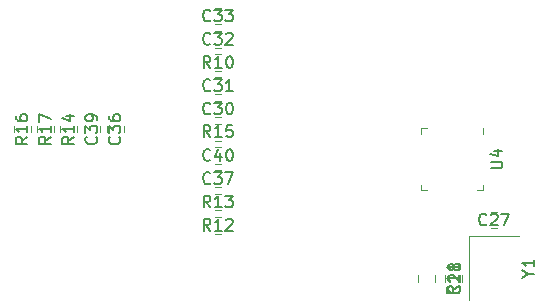
<source format=gbr>
G04 #@! TF.GenerationSoftware,KiCad,Pcbnew,(5.1.5)-3*
G04 #@! TF.CreationDate,2020-07-18T04:54:50-04:00*
G04 #@! TF.ProjectId,MONster64 - NetModule,4d4f4e73-7465-4723-9634-202d204e6574,rev?*
G04 #@! TF.SameCoordinates,Original*
G04 #@! TF.FileFunction,Legend,Top*
G04 #@! TF.FilePolarity,Positive*
%FSLAX46Y46*%
G04 Gerber Fmt 4.6, Leading zero omitted, Abs format (unit mm)*
G04 Created by KiCad (PCBNEW (5.1.5)-3) date 2020-07-18 04:54:50*
%MOMM*%
%LPD*%
G04 APERTURE LIST*
%ADD10C,0.120000*%
%ADD11C,0.150000*%
G04 APERTURE END LIST*
D10*
X176903748Y-103008500D02*
X177426252Y-103008500D01*
X176903748Y-101588500D02*
X177426252Y-101588500D01*
X174446000Y-107512752D02*
X174446000Y-106990248D01*
X173026000Y-107512752D02*
X173026000Y-106990248D01*
X153535748Y-92190500D02*
X154058252Y-92190500D01*
X153535748Y-93610500D02*
X154058252Y-93610500D01*
X153535748Y-91642000D02*
X154058252Y-91642000D01*
X153535748Y-90222000D02*
X154058252Y-90222000D01*
X153535748Y-86285000D02*
X154058252Y-86285000D01*
X153535748Y-87705000D02*
X154058252Y-87705000D01*
X153535748Y-85736500D02*
X154058252Y-85736500D01*
X153535748Y-84316500D02*
X154058252Y-84316500D01*
X144387500Y-94353748D02*
X144387500Y-94876252D01*
X145807500Y-94353748D02*
X145807500Y-94876252D01*
X153535748Y-98096000D02*
X154058252Y-98096000D01*
X153535748Y-99516000D02*
X154058252Y-99516000D01*
X143839000Y-94353748D02*
X143839000Y-94876252D01*
X142419000Y-94353748D02*
X142419000Y-94876252D01*
X153535748Y-97547500D02*
X154058252Y-97547500D01*
X153535748Y-96127500D02*
X154058252Y-96127500D01*
X137933500Y-94353748D02*
X137933500Y-94876252D01*
X136513500Y-94353748D02*
X136513500Y-94876252D01*
X138482000Y-94353748D02*
X138482000Y-94876252D01*
X139902000Y-94353748D02*
X139902000Y-94876252D01*
X154067252Y-89673500D02*
X153544748Y-89673500D01*
X154067252Y-88253500D02*
X153544748Y-88253500D01*
X170740000Y-106990248D02*
X170740000Y-107512752D01*
X172160000Y-106990248D02*
X172160000Y-107512752D01*
X153535748Y-102033000D02*
X154058252Y-102033000D01*
X153535748Y-103453000D02*
X154058252Y-103453000D01*
X154058252Y-100064500D02*
X153535748Y-100064500D01*
X154058252Y-101484500D02*
X153535748Y-101484500D01*
X141870500Y-94353748D02*
X141870500Y-94876252D01*
X140450500Y-94353748D02*
X140450500Y-94876252D01*
X154058252Y-94159000D02*
X153535748Y-94159000D01*
X154058252Y-95579000D02*
X153535748Y-95579000D01*
X176219000Y-99290000D02*
X176219000Y-99765000D01*
X176219000Y-99765000D02*
X175744000Y-99765000D01*
X170999000Y-95020000D02*
X170999000Y-94545000D01*
X170999000Y-94545000D02*
X171474000Y-94545000D01*
X170999000Y-99290000D02*
X170999000Y-99765000D01*
X170999000Y-99765000D02*
X171474000Y-99765000D01*
X176219000Y-95020000D02*
X176219000Y-94545000D01*
X179315000Y-103662500D02*
X175015000Y-103662500D01*
X175015000Y-103662500D02*
X175015000Y-109062500D01*
D11*
X176522142Y-102655642D02*
X176474523Y-102703261D01*
X176331666Y-102750880D01*
X176236428Y-102750880D01*
X176093571Y-102703261D01*
X175998333Y-102608023D01*
X175950714Y-102512785D01*
X175903095Y-102322309D01*
X175903095Y-102179452D01*
X175950714Y-101988976D01*
X175998333Y-101893738D01*
X176093571Y-101798500D01*
X176236428Y-101750880D01*
X176331666Y-101750880D01*
X176474523Y-101798500D01*
X176522142Y-101846119D01*
X176903095Y-101846119D02*
X176950714Y-101798500D01*
X177045952Y-101750880D01*
X177284047Y-101750880D01*
X177379285Y-101798500D01*
X177426904Y-101846119D01*
X177474523Y-101941357D01*
X177474523Y-102036595D01*
X177426904Y-102179452D01*
X176855476Y-102750880D01*
X177474523Y-102750880D01*
X177807857Y-101750880D02*
X178474523Y-101750880D01*
X178045952Y-102750880D01*
X174220142Y-107894357D02*
X174267761Y-107941976D01*
X174315380Y-108084833D01*
X174315380Y-108180071D01*
X174267761Y-108322928D01*
X174172523Y-108418166D01*
X174077285Y-108465785D01*
X173886809Y-108513404D01*
X173743952Y-108513404D01*
X173553476Y-108465785D01*
X173458238Y-108418166D01*
X173363000Y-108322928D01*
X173315380Y-108180071D01*
X173315380Y-108084833D01*
X173363000Y-107941976D01*
X173410619Y-107894357D01*
X173410619Y-107513404D02*
X173363000Y-107465785D01*
X173315380Y-107370547D01*
X173315380Y-107132452D01*
X173363000Y-107037214D01*
X173410619Y-106989595D01*
X173505857Y-106941976D01*
X173601095Y-106941976D01*
X173743952Y-106989595D01*
X174315380Y-107561023D01*
X174315380Y-106941976D01*
X173743952Y-106370547D02*
X173696333Y-106465785D01*
X173648714Y-106513404D01*
X173553476Y-106561023D01*
X173505857Y-106561023D01*
X173410619Y-106513404D01*
X173363000Y-106465785D01*
X173315380Y-106370547D01*
X173315380Y-106180071D01*
X173363000Y-106084833D01*
X173410619Y-106037214D01*
X173505857Y-105989595D01*
X173553476Y-105989595D01*
X173648714Y-106037214D01*
X173696333Y-106084833D01*
X173743952Y-106180071D01*
X173743952Y-106370547D01*
X173791571Y-106465785D01*
X173839190Y-106513404D01*
X173934428Y-106561023D01*
X174124904Y-106561023D01*
X174220142Y-106513404D01*
X174267761Y-106465785D01*
X174315380Y-106370547D01*
X174315380Y-106180071D01*
X174267761Y-106084833D01*
X174220142Y-106037214D01*
X174124904Y-105989595D01*
X173934428Y-105989595D01*
X173839190Y-106037214D01*
X173791571Y-106084833D01*
X173743952Y-106180071D01*
X153154142Y-93257642D02*
X153106523Y-93305261D01*
X152963666Y-93352880D01*
X152868428Y-93352880D01*
X152725571Y-93305261D01*
X152630333Y-93210023D01*
X152582714Y-93114785D01*
X152535095Y-92924309D01*
X152535095Y-92781452D01*
X152582714Y-92590976D01*
X152630333Y-92495738D01*
X152725571Y-92400500D01*
X152868428Y-92352880D01*
X152963666Y-92352880D01*
X153106523Y-92400500D01*
X153154142Y-92448119D01*
X153487476Y-92352880D02*
X154106523Y-92352880D01*
X153773190Y-92733833D01*
X153916047Y-92733833D01*
X154011285Y-92781452D01*
X154058904Y-92829071D01*
X154106523Y-92924309D01*
X154106523Y-93162404D01*
X154058904Y-93257642D01*
X154011285Y-93305261D01*
X153916047Y-93352880D01*
X153630333Y-93352880D01*
X153535095Y-93305261D01*
X153487476Y-93257642D01*
X154725571Y-92352880D02*
X154820809Y-92352880D01*
X154916047Y-92400500D01*
X154963666Y-92448119D01*
X155011285Y-92543357D01*
X155058904Y-92733833D01*
X155058904Y-92971928D01*
X155011285Y-93162404D01*
X154963666Y-93257642D01*
X154916047Y-93305261D01*
X154820809Y-93352880D01*
X154725571Y-93352880D01*
X154630333Y-93305261D01*
X154582714Y-93257642D01*
X154535095Y-93162404D01*
X154487476Y-92971928D01*
X154487476Y-92733833D01*
X154535095Y-92543357D01*
X154582714Y-92448119D01*
X154630333Y-92400500D01*
X154725571Y-92352880D01*
X153154142Y-91289142D02*
X153106523Y-91336761D01*
X152963666Y-91384380D01*
X152868428Y-91384380D01*
X152725571Y-91336761D01*
X152630333Y-91241523D01*
X152582714Y-91146285D01*
X152535095Y-90955809D01*
X152535095Y-90812952D01*
X152582714Y-90622476D01*
X152630333Y-90527238D01*
X152725571Y-90432000D01*
X152868428Y-90384380D01*
X152963666Y-90384380D01*
X153106523Y-90432000D01*
X153154142Y-90479619D01*
X153487476Y-90384380D02*
X154106523Y-90384380D01*
X153773190Y-90765333D01*
X153916047Y-90765333D01*
X154011285Y-90812952D01*
X154058904Y-90860571D01*
X154106523Y-90955809D01*
X154106523Y-91193904D01*
X154058904Y-91289142D01*
X154011285Y-91336761D01*
X153916047Y-91384380D01*
X153630333Y-91384380D01*
X153535095Y-91336761D01*
X153487476Y-91289142D01*
X155058904Y-91384380D02*
X154487476Y-91384380D01*
X154773190Y-91384380D02*
X154773190Y-90384380D01*
X154677952Y-90527238D01*
X154582714Y-90622476D01*
X154487476Y-90670095D01*
X153154142Y-87352142D02*
X153106523Y-87399761D01*
X152963666Y-87447380D01*
X152868428Y-87447380D01*
X152725571Y-87399761D01*
X152630333Y-87304523D01*
X152582714Y-87209285D01*
X152535095Y-87018809D01*
X152535095Y-86875952D01*
X152582714Y-86685476D01*
X152630333Y-86590238D01*
X152725571Y-86495000D01*
X152868428Y-86447380D01*
X152963666Y-86447380D01*
X153106523Y-86495000D01*
X153154142Y-86542619D01*
X153487476Y-86447380D02*
X154106523Y-86447380D01*
X153773190Y-86828333D01*
X153916047Y-86828333D01*
X154011285Y-86875952D01*
X154058904Y-86923571D01*
X154106523Y-87018809D01*
X154106523Y-87256904D01*
X154058904Y-87352142D01*
X154011285Y-87399761D01*
X153916047Y-87447380D01*
X153630333Y-87447380D01*
X153535095Y-87399761D01*
X153487476Y-87352142D01*
X154487476Y-86542619D02*
X154535095Y-86495000D01*
X154630333Y-86447380D01*
X154868428Y-86447380D01*
X154963666Y-86495000D01*
X155011285Y-86542619D01*
X155058904Y-86637857D01*
X155058904Y-86733095D01*
X155011285Y-86875952D01*
X154439857Y-87447380D01*
X155058904Y-87447380D01*
X153154142Y-85383642D02*
X153106523Y-85431261D01*
X152963666Y-85478880D01*
X152868428Y-85478880D01*
X152725571Y-85431261D01*
X152630333Y-85336023D01*
X152582714Y-85240785D01*
X152535095Y-85050309D01*
X152535095Y-84907452D01*
X152582714Y-84716976D01*
X152630333Y-84621738D01*
X152725571Y-84526500D01*
X152868428Y-84478880D01*
X152963666Y-84478880D01*
X153106523Y-84526500D01*
X153154142Y-84574119D01*
X153487476Y-84478880D02*
X154106523Y-84478880D01*
X153773190Y-84859833D01*
X153916047Y-84859833D01*
X154011285Y-84907452D01*
X154058904Y-84955071D01*
X154106523Y-85050309D01*
X154106523Y-85288404D01*
X154058904Y-85383642D01*
X154011285Y-85431261D01*
X153916047Y-85478880D01*
X153630333Y-85478880D01*
X153535095Y-85431261D01*
X153487476Y-85383642D01*
X154439857Y-84478880D02*
X155058904Y-84478880D01*
X154725571Y-84859833D01*
X154868428Y-84859833D01*
X154963666Y-84907452D01*
X155011285Y-84955071D01*
X155058904Y-85050309D01*
X155058904Y-85288404D01*
X155011285Y-85383642D01*
X154963666Y-85431261D01*
X154868428Y-85478880D01*
X154582714Y-85478880D01*
X154487476Y-85431261D01*
X154439857Y-85383642D01*
X145454642Y-95257857D02*
X145502261Y-95305476D01*
X145549880Y-95448333D01*
X145549880Y-95543571D01*
X145502261Y-95686428D01*
X145407023Y-95781666D01*
X145311785Y-95829285D01*
X145121309Y-95876904D01*
X144978452Y-95876904D01*
X144787976Y-95829285D01*
X144692738Y-95781666D01*
X144597500Y-95686428D01*
X144549880Y-95543571D01*
X144549880Y-95448333D01*
X144597500Y-95305476D01*
X144645119Y-95257857D01*
X144549880Y-94924523D02*
X144549880Y-94305476D01*
X144930833Y-94638809D01*
X144930833Y-94495952D01*
X144978452Y-94400714D01*
X145026071Y-94353095D01*
X145121309Y-94305476D01*
X145359404Y-94305476D01*
X145454642Y-94353095D01*
X145502261Y-94400714D01*
X145549880Y-94495952D01*
X145549880Y-94781666D01*
X145502261Y-94876904D01*
X145454642Y-94924523D01*
X144549880Y-93448333D02*
X144549880Y-93638809D01*
X144597500Y-93734047D01*
X144645119Y-93781666D01*
X144787976Y-93876904D01*
X144978452Y-93924523D01*
X145359404Y-93924523D01*
X145454642Y-93876904D01*
X145502261Y-93829285D01*
X145549880Y-93734047D01*
X145549880Y-93543571D01*
X145502261Y-93448333D01*
X145454642Y-93400714D01*
X145359404Y-93353095D01*
X145121309Y-93353095D01*
X145026071Y-93400714D01*
X144978452Y-93448333D01*
X144930833Y-93543571D01*
X144930833Y-93734047D01*
X144978452Y-93829285D01*
X145026071Y-93876904D01*
X145121309Y-93924523D01*
X153154142Y-99163142D02*
X153106523Y-99210761D01*
X152963666Y-99258380D01*
X152868428Y-99258380D01*
X152725571Y-99210761D01*
X152630333Y-99115523D01*
X152582714Y-99020285D01*
X152535095Y-98829809D01*
X152535095Y-98686952D01*
X152582714Y-98496476D01*
X152630333Y-98401238D01*
X152725571Y-98306000D01*
X152868428Y-98258380D01*
X152963666Y-98258380D01*
X153106523Y-98306000D01*
X153154142Y-98353619D01*
X153487476Y-98258380D02*
X154106523Y-98258380D01*
X153773190Y-98639333D01*
X153916047Y-98639333D01*
X154011285Y-98686952D01*
X154058904Y-98734571D01*
X154106523Y-98829809D01*
X154106523Y-99067904D01*
X154058904Y-99163142D01*
X154011285Y-99210761D01*
X153916047Y-99258380D01*
X153630333Y-99258380D01*
X153535095Y-99210761D01*
X153487476Y-99163142D01*
X154439857Y-98258380D02*
X155106523Y-98258380D01*
X154677952Y-99258380D01*
X143486142Y-95257857D02*
X143533761Y-95305476D01*
X143581380Y-95448333D01*
X143581380Y-95543571D01*
X143533761Y-95686428D01*
X143438523Y-95781666D01*
X143343285Y-95829285D01*
X143152809Y-95876904D01*
X143009952Y-95876904D01*
X142819476Y-95829285D01*
X142724238Y-95781666D01*
X142629000Y-95686428D01*
X142581380Y-95543571D01*
X142581380Y-95448333D01*
X142629000Y-95305476D01*
X142676619Y-95257857D01*
X142581380Y-94924523D02*
X142581380Y-94305476D01*
X142962333Y-94638809D01*
X142962333Y-94495952D01*
X143009952Y-94400714D01*
X143057571Y-94353095D01*
X143152809Y-94305476D01*
X143390904Y-94305476D01*
X143486142Y-94353095D01*
X143533761Y-94400714D01*
X143581380Y-94495952D01*
X143581380Y-94781666D01*
X143533761Y-94876904D01*
X143486142Y-94924523D01*
X143581380Y-93829285D02*
X143581380Y-93638809D01*
X143533761Y-93543571D01*
X143486142Y-93495952D01*
X143343285Y-93400714D01*
X143152809Y-93353095D01*
X142771857Y-93353095D01*
X142676619Y-93400714D01*
X142629000Y-93448333D01*
X142581380Y-93543571D01*
X142581380Y-93734047D01*
X142629000Y-93829285D01*
X142676619Y-93876904D01*
X142771857Y-93924523D01*
X143009952Y-93924523D01*
X143105190Y-93876904D01*
X143152809Y-93829285D01*
X143200428Y-93734047D01*
X143200428Y-93543571D01*
X143152809Y-93448333D01*
X143105190Y-93400714D01*
X143009952Y-93353095D01*
X153154142Y-97194642D02*
X153106523Y-97242261D01*
X152963666Y-97289880D01*
X152868428Y-97289880D01*
X152725571Y-97242261D01*
X152630333Y-97147023D01*
X152582714Y-97051785D01*
X152535095Y-96861309D01*
X152535095Y-96718452D01*
X152582714Y-96527976D01*
X152630333Y-96432738D01*
X152725571Y-96337500D01*
X152868428Y-96289880D01*
X152963666Y-96289880D01*
X153106523Y-96337500D01*
X153154142Y-96385119D01*
X154011285Y-96623214D02*
X154011285Y-97289880D01*
X153773190Y-96242261D02*
X153535095Y-96956547D01*
X154154142Y-96956547D01*
X154725571Y-96289880D02*
X154820809Y-96289880D01*
X154916047Y-96337500D01*
X154963666Y-96385119D01*
X155011285Y-96480357D01*
X155058904Y-96670833D01*
X155058904Y-96908928D01*
X155011285Y-97099404D01*
X154963666Y-97194642D01*
X154916047Y-97242261D01*
X154820809Y-97289880D01*
X154725571Y-97289880D01*
X154630333Y-97242261D01*
X154582714Y-97194642D01*
X154535095Y-97099404D01*
X154487476Y-96908928D01*
X154487476Y-96670833D01*
X154535095Y-96480357D01*
X154582714Y-96385119D01*
X154630333Y-96337500D01*
X154725571Y-96289880D01*
X137675880Y-95257857D02*
X137199690Y-95591190D01*
X137675880Y-95829285D02*
X136675880Y-95829285D01*
X136675880Y-95448333D01*
X136723500Y-95353095D01*
X136771119Y-95305476D01*
X136866357Y-95257857D01*
X137009214Y-95257857D01*
X137104452Y-95305476D01*
X137152071Y-95353095D01*
X137199690Y-95448333D01*
X137199690Y-95829285D01*
X137675880Y-94305476D02*
X137675880Y-94876904D01*
X137675880Y-94591190D02*
X136675880Y-94591190D01*
X136818738Y-94686428D01*
X136913976Y-94781666D01*
X136961595Y-94876904D01*
X136675880Y-93448333D02*
X136675880Y-93638809D01*
X136723500Y-93734047D01*
X136771119Y-93781666D01*
X136913976Y-93876904D01*
X137104452Y-93924523D01*
X137485404Y-93924523D01*
X137580642Y-93876904D01*
X137628261Y-93829285D01*
X137675880Y-93734047D01*
X137675880Y-93543571D01*
X137628261Y-93448333D01*
X137580642Y-93400714D01*
X137485404Y-93353095D01*
X137247309Y-93353095D01*
X137152071Y-93400714D01*
X137104452Y-93448333D01*
X137056833Y-93543571D01*
X137056833Y-93734047D01*
X137104452Y-93829285D01*
X137152071Y-93876904D01*
X137247309Y-93924523D01*
X139644380Y-95257857D02*
X139168190Y-95591190D01*
X139644380Y-95829285D02*
X138644380Y-95829285D01*
X138644380Y-95448333D01*
X138692000Y-95353095D01*
X138739619Y-95305476D01*
X138834857Y-95257857D01*
X138977714Y-95257857D01*
X139072952Y-95305476D01*
X139120571Y-95353095D01*
X139168190Y-95448333D01*
X139168190Y-95829285D01*
X139644380Y-94305476D02*
X139644380Y-94876904D01*
X139644380Y-94591190D02*
X138644380Y-94591190D01*
X138787238Y-94686428D01*
X138882476Y-94781666D01*
X138930095Y-94876904D01*
X138644380Y-93972142D02*
X138644380Y-93305476D01*
X139644380Y-93734047D01*
X153163142Y-89415880D02*
X152829809Y-88939690D01*
X152591714Y-89415880D02*
X152591714Y-88415880D01*
X152972666Y-88415880D01*
X153067904Y-88463500D01*
X153115523Y-88511119D01*
X153163142Y-88606357D01*
X153163142Y-88749214D01*
X153115523Y-88844452D01*
X153067904Y-88892071D01*
X152972666Y-88939690D01*
X152591714Y-88939690D01*
X154115523Y-89415880D02*
X153544095Y-89415880D01*
X153829809Y-89415880D02*
X153829809Y-88415880D01*
X153734571Y-88558738D01*
X153639333Y-88653976D01*
X153544095Y-88701595D01*
X154734571Y-88415880D02*
X154829809Y-88415880D01*
X154925047Y-88463500D01*
X154972666Y-88511119D01*
X155020285Y-88606357D01*
X155067904Y-88796833D01*
X155067904Y-89034928D01*
X155020285Y-89225404D01*
X154972666Y-89320642D01*
X154925047Y-89368261D01*
X154829809Y-89415880D01*
X154734571Y-89415880D01*
X154639333Y-89368261D01*
X154591714Y-89320642D01*
X154544095Y-89225404D01*
X154496476Y-89034928D01*
X154496476Y-88796833D01*
X154544095Y-88606357D01*
X154591714Y-88511119D01*
X154639333Y-88463500D01*
X154734571Y-88415880D01*
X174188380Y-107894357D02*
X173712190Y-108227690D01*
X174188380Y-108465785D02*
X173188380Y-108465785D01*
X173188380Y-108084833D01*
X173236000Y-107989595D01*
X173283619Y-107941976D01*
X173378857Y-107894357D01*
X173521714Y-107894357D01*
X173616952Y-107941976D01*
X173664571Y-107989595D01*
X173712190Y-108084833D01*
X173712190Y-108465785D01*
X174188380Y-106941976D02*
X174188380Y-107513404D01*
X174188380Y-107227690D02*
X173188380Y-107227690D01*
X173331238Y-107322928D01*
X173426476Y-107418166D01*
X173474095Y-107513404D01*
X174188380Y-105989595D02*
X174188380Y-106561023D01*
X174188380Y-106275309D02*
X173188380Y-106275309D01*
X173331238Y-106370547D01*
X173426476Y-106465785D01*
X173474095Y-106561023D01*
X153154142Y-103195380D02*
X152820809Y-102719190D01*
X152582714Y-103195380D02*
X152582714Y-102195380D01*
X152963666Y-102195380D01*
X153058904Y-102243000D01*
X153106523Y-102290619D01*
X153154142Y-102385857D01*
X153154142Y-102528714D01*
X153106523Y-102623952D01*
X153058904Y-102671571D01*
X152963666Y-102719190D01*
X152582714Y-102719190D01*
X154106523Y-103195380D02*
X153535095Y-103195380D01*
X153820809Y-103195380D02*
X153820809Y-102195380D01*
X153725571Y-102338238D01*
X153630333Y-102433476D01*
X153535095Y-102481095D01*
X154487476Y-102290619D02*
X154535095Y-102243000D01*
X154630333Y-102195380D01*
X154868428Y-102195380D01*
X154963666Y-102243000D01*
X155011285Y-102290619D01*
X155058904Y-102385857D01*
X155058904Y-102481095D01*
X155011285Y-102623952D01*
X154439857Y-103195380D01*
X155058904Y-103195380D01*
X153154142Y-101226880D02*
X152820809Y-100750690D01*
X152582714Y-101226880D02*
X152582714Y-100226880D01*
X152963666Y-100226880D01*
X153058904Y-100274500D01*
X153106523Y-100322119D01*
X153154142Y-100417357D01*
X153154142Y-100560214D01*
X153106523Y-100655452D01*
X153058904Y-100703071D01*
X152963666Y-100750690D01*
X152582714Y-100750690D01*
X154106523Y-101226880D02*
X153535095Y-101226880D01*
X153820809Y-101226880D02*
X153820809Y-100226880D01*
X153725571Y-100369738D01*
X153630333Y-100464976D01*
X153535095Y-100512595D01*
X154439857Y-100226880D02*
X155058904Y-100226880D01*
X154725571Y-100607833D01*
X154868428Y-100607833D01*
X154963666Y-100655452D01*
X155011285Y-100703071D01*
X155058904Y-100798309D01*
X155058904Y-101036404D01*
X155011285Y-101131642D01*
X154963666Y-101179261D01*
X154868428Y-101226880D01*
X154582714Y-101226880D01*
X154487476Y-101179261D01*
X154439857Y-101131642D01*
X141612880Y-95257857D02*
X141136690Y-95591190D01*
X141612880Y-95829285D02*
X140612880Y-95829285D01*
X140612880Y-95448333D01*
X140660500Y-95353095D01*
X140708119Y-95305476D01*
X140803357Y-95257857D01*
X140946214Y-95257857D01*
X141041452Y-95305476D01*
X141089071Y-95353095D01*
X141136690Y-95448333D01*
X141136690Y-95829285D01*
X141612880Y-94305476D02*
X141612880Y-94876904D01*
X141612880Y-94591190D02*
X140612880Y-94591190D01*
X140755738Y-94686428D01*
X140850976Y-94781666D01*
X140898595Y-94876904D01*
X140946214Y-93448333D02*
X141612880Y-93448333D01*
X140565261Y-93686428D02*
X141279547Y-93924523D01*
X141279547Y-93305476D01*
X153154142Y-95254781D02*
X152820809Y-94778591D01*
X152582714Y-95254781D02*
X152582714Y-94254781D01*
X152963666Y-94254781D01*
X153058904Y-94302401D01*
X153106523Y-94350020D01*
X153154142Y-94445258D01*
X153154142Y-94588115D01*
X153106523Y-94683353D01*
X153058904Y-94730972D01*
X152963666Y-94778591D01*
X152582714Y-94778591D01*
X154106523Y-95254781D02*
X153535095Y-95254781D01*
X153820809Y-95254781D02*
X153820809Y-94254781D01*
X153725571Y-94397639D01*
X153630333Y-94492877D01*
X153535095Y-94540496D01*
X155011285Y-94254781D02*
X154535095Y-94254781D01*
X154487476Y-94730972D01*
X154535095Y-94683353D01*
X154630333Y-94635734D01*
X154868428Y-94635734D01*
X154963666Y-94683353D01*
X155011285Y-94730972D01*
X155058904Y-94826210D01*
X155058904Y-95064305D01*
X155011285Y-95159543D01*
X154963666Y-95207162D01*
X154868428Y-95254781D01*
X154630333Y-95254781D01*
X154535095Y-95207162D01*
X154487476Y-95159543D01*
X176881380Y-97916904D02*
X177690904Y-97916904D01*
X177786142Y-97869285D01*
X177833761Y-97821666D01*
X177881380Y-97726428D01*
X177881380Y-97535952D01*
X177833761Y-97440714D01*
X177786142Y-97393095D01*
X177690904Y-97345476D01*
X176881380Y-97345476D01*
X177214714Y-96440714D02*
X177881380Y-96440714D01*
X176833761Y-96678809D02*
X177548047Y-96916904D01*
X177548047Y-96297857D01*
X180091190Y-106838690D02*
X180567380Y-106838690D01*
X179567380Y-107172023D02*
X180091190Y-106838690D01*
X179567380Y-106505357D01*
X180567380Y-105648214D02*
X180567380Y-106219642D01*
X180567380Y-105933928D02*
X179567380Y-105933928D01*
X179710238Y-106029166D01*
X179805476Y-106124404D01*
X179853095Y-106219642D01*
M02*

</source>
